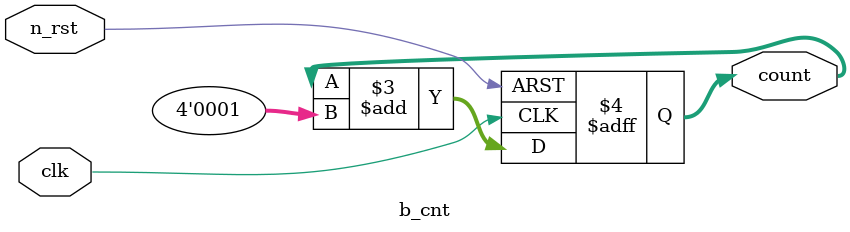
<source format=v>
module b_cnt( 
    input clk,
    input n_rst,
   
   output reg [3:0]  count
    
);

always @(posedge clk or negedge n_rst) begin
    if(!n_rst) begin
        count <= 4'h0000;
    end
    else begin
        count <= count + 4'h0001;
    end
end 

endmodule 

</source>
